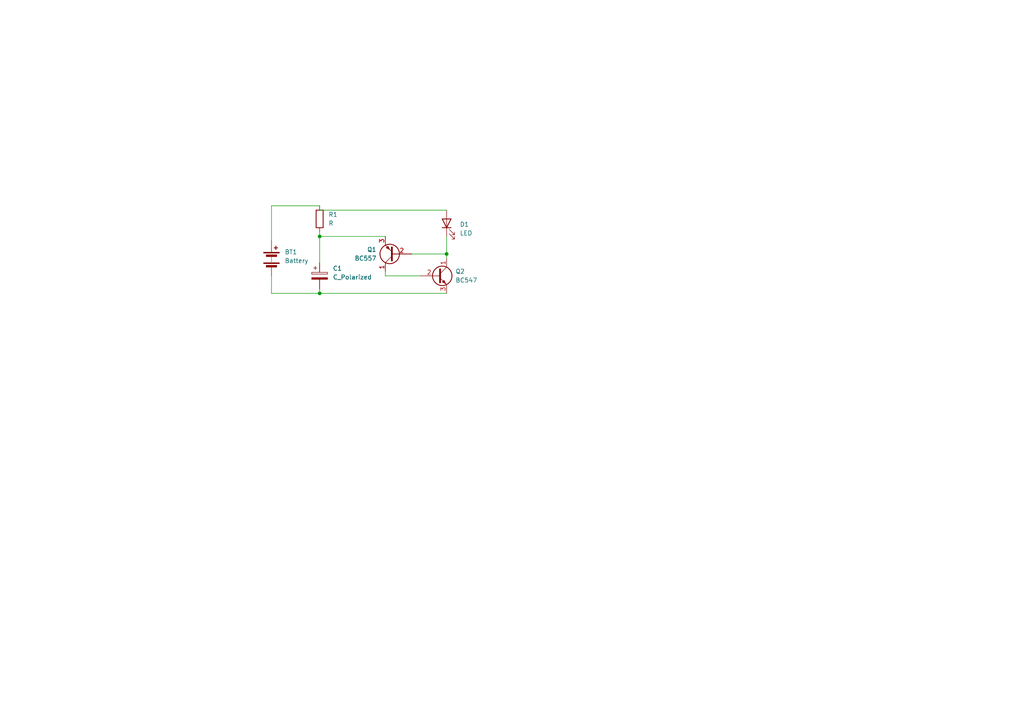
<source format=kicad_sch>
(kicad_sch (version 20230121) (generator eeschema)

  (uuid 5fffdcce-bda3-4c02-86c8-a3a64fe5ff83)

  (paper "A4")

  (lib_symbols
    (symbol "Device:Battery" (pin_numbers hide) (pin_names (offset 0) hide) (in_bom yes) (on_board yes)
      (property "Reference" "BT" (at 2.54 2.54 0)
        (effects (font (size 1.27 1.27)) (justify left))
      )
      (property "Value" "Battery" (at 2.54 0 0)
        (effects (font (size 1.27 1.27)) (justify left))
      )
      (property "Footprint" "" (at 0 1.524 90)
        (effects (font (size 1.27 1.27)) hide)
      )
      (property "Datasheet" "~" (at 0 1.524 90)
        (effects (font (size 1.27 1.27)) hide)
      )
      (property "ki_keywords" "batt voltage-source cell" (at 0 0 0)
        (effects (font (size 1.27 1.27)) hide)
      )
      (property "ki_description" "Multiple-cell battery" (at 0 0 0)
        (effects (font (size 1.27 1.27)) hide)
      )
      (symbol "Battery_0_1"
        (rectangle (start -2.286 -1.27) (end 2.286 -1.524)
          (stroke (width 0) (type default))
          (fill (type outline))
        )
        (rectangle (start -2.286 1.778) (end 2.286 1.524)
          (stroke (width 0) (type default))
          (fill (type outline))
        )
        (rectangle (start -1.524 -2.032) (end 1.524 -2.54)
          (stroke (width 0) (type default))
          (fill (type outline))
        )
        (rectangle (start -1.524 1.016) (end 1.524 0.508)
          (stroke (width 0) (type default))
          (fill (type outline))
        )
        (polyline
          (pts
            (xy 0 -1.016)
            (xy 0 -0.762)
          )
          (stroke (width 0) (type default))
          (fill (type none))
        )
        (polyline
          (pts
            (xy 0 -0.508)
            (xy 0 -0.254)
          )
          (stroke (width 0) (type default))
          (fill (type none))
        )
        (polyline
          (pts
            (xy 0 0)
            (xy 0 0.254)
          )
          (stroke (width 0) (type default))
          (fill (type none))
        )
        (polyline
          (pts
            (xy 0 1.778)
            (xy 0 2.54)
          )
          (stroke (width 0) (type default))
          (fill (type none))
        )
        (polyline
          (pts
            (xy 0.762 3.048)
            (xy 1.778 3.048)
          )
          (stroke (width 0.254) (type default))
          (fill (type none))
        )
        (polyline
          (pts
            (xy 1.27 3.556)
            (xy 1.27 2.54)
          )
          (stroke (width 0.254) (type default))
          (fill (type none))
        )
      )
      (symbol "Battery_1_1"
        (pin passive line (at 0 5.08 270) (length 2.54)
          (name "+" (effects (font (size 1.27 1.27))))
          (number "1" (effects (font (size 1.27 1.27))))
        )
        (pin passive line (at 0 -5.08 90) (length 2.54)
          (name "-" (effects (font (size 1.27 1.27))))
          (number "2" (effects (font (size 1.27 1.27))))
        )
      )
    )
    (symbol "Device:C_Polarized" (pin_numbers hide) (pin_names (offset 0.254)) (in_bom yes) (on_board yes)
      (property "Reference" "C" (at 0.635 2.54 0)
        (effects (font (size 1.27 1.27)) (justify left))
      )
      (property "Value" "C_Polarized" (at 0.635 -2.54 0)
        (effects (font (size 1.27 1.27)) (justify left))
      )
      (property "Footprint" "" (at 0.9652 -3.81 0)
        (effects (font (size 1.27 1.27)) hide)
      )
      (property "Datasheet" "~" (at 0 0 0)
        (effects (font (size 1.27 1.27)) hide)
      )
      (property "ki_keywords" "cap capacitor" (at 0 0 0)
        (effects (font (size 1.27 1.27)) hide)
      )
      (property "ki_description" "Polarized capacitor" (at 0 0 0)
        (effects (font (size 1.27 1.27)) hide)
      )
      (property "ki_fp_filters" "CP_*" (at 0 0 0)
        (effects (font (size 1.27 1.27)) hide)
      )
      (symbol "C_Polarized_0_1"
        (rectangle (start -2.286 0.508) (end 2.286 1.016)
          (stroke (width 0) (type default))
          (fill (type none))
        )
        (polyline
          (pts
            (xy -1.778 2.286)
            (xy -0.762 2.286)
          )
          (stroke (width 0) (type default))
          (fill (type none))
        )
        (polyline
          (pts
            (xy -1.27 2.794)
            (xy -1.27 1.778)
          )
          (stroke (width 0) (type default))
          (fill (type none))
        )
        (rectangle (start 2.286 -0.508) (end -2.286 -1.016)
          (stroke (width 0) (type default))
          (fill (type outline))
        )
      )
      (symbol "C_Polarized_1_1"
        (pin passive line (at 0 3.81 270) (length 2.794)
          (name "~" (effects (font (size 1.27 1.27))))
          (number "1" (effects (font (size 1.27 1.27))))
        )
        (pin passive line (at 0 -3.81 90) (length 2.794)
          (name "~" (effects (font (size 1.27 1.27))))
          (number "2" (effects (font (size 1.27 1.27))))
        )
      )
    )
    (symbol "Device:LED" (pin_numbers hide) (pin_names (offset 1.016) hide) (in_bom yes) (on_board yes)
      (property "Reference" "D" (at 0 2.54 0)
        (effects (font (size 1.27 1.27)))
      )
      (property "Value" "LED" (at 0 -2.54 0)
        (effects (font (size 1.27 1.27)))
      )
      (property "Footprint" "" (at 0 0 0)
        (effects (font (size 1.27 1.27)) hide)
      )
      (property "Datasheet" "~" (at 0 0 0)
        (effects (font (size 1.27 1.27)) hide)
      )
      (property "ki_keywords" "LED diode" (at 0 0 0)
        (effects (font (size 1.27 1.27)) hide)
      )
      (property "ki_description" "Light emitting diode" (at 0 0 0)
        (effects (font (size 1.27 1.27)) hide)
      )
      (property "ki_fp_filters" "LED* LED_SMD:* LED_THT:*" (at 0 0 0)
        (effects (font (size 1.27 1.27)) hide)
      )
      (symbol "LED_0_1"
        (polyline
          (pts
            (xy -1.27 -1.27)
            (xy -1.27 1.27)
          )
          (stroke (width 0.254) (type default))
          (fill (type none))
        )
        (polyline
          (pts
            (xy -1.27 0)
            (xy 1.27 0)
          )
          (stroke (width 0) (type default))
          (fill (type none))
        )
        (polyline
          (pts
            (xy 1.27 -1.27)
            (xy 1.27 1.27)
            (xy -1.27 0)
            (xy 1.27 -1.27)
          )
          (stroke (width 0.254) (type default))
          (fill (type none))
        )
        (polyline
          (pts
            (xy -3.048 -0.762)
            (xy -4.572 -2.286)
            (xy -3.81 -2.286)
            (xy -4.572 -2.286)
            (xy -4.572 -1.524)
          )
          (stroke (width 0) (type default))
          (fill (type none))
        )
        (polyline
          (pts
            (xy -1.778 -0.762)
            (xy -3.302 -2.286)
            (xy -2.54 -2.286)
            (xy -3.302 -2.286)
            (xy -3.302 -1.524)
          )
          (stroke (width 0) (type default))
          (fill (type none))
        )
      )
      (symbol "LED_1_1"
        (pin passive line (at -3.81 0 0) (length 2.54)
          (name "K" (effects (font (size 1.27 1.27))))
          (number "1" (effects (font (size 1.27 1.27))))
        )
        (pin passive line (at 3.81 0 180) (length 2.54)
          (name "A" (effects (font (size 1.27 1.27))))
          (number "2" (effects (font (size 1.27 1.27))))
        )
      )
    )
    (symbol "Device:R" (pin_numbers hide) (pin_names (offset 0)) (in_bom yes) (on_board yes)
      (property "Reference" "R" (at 2.032 0 90)
        (effects (font (size 1.27 1.27)))
      )
      (property "Value" "R" (at 0 0 90)
        (effects (font (size 1.27 1.27)))
      )
      (property "Footprint" "" (at -1.778 0 90)
        (effects (font (size 1.27 1.27)) hide)
      )
      (property "Datasheet" "~" (at 0 0 0)
        (effects (font (size 1.27 1.27)) hide)
      )
      (property "ki_keywords" "R res resistor" (at 0 0 0)
        (effects (font (size 1.27 1.27)) hide)
      )
      (property "ki_description" "Resistor" (at 0 0 0)
        (effects (font (size 1.27 1.27)) hide)
      )
      (property "ki_fp_filters" "R_*" (at 0 0 0)
        (effects (font (size 1.27 1.27)) hide)
      )
      (symbol "R_0_1"
        (rectangle (start -1.016 -2.54) (end 1.016 2.54)
          (stroke (width 0.254) (type default))
          (fill (type none))
        )
      )
      (symbol "R_1_1"
        (pin passive line (at 0 3.81 270) (length 1.27)
          (name "~" (effects (font (size 1.27 1.27))))
          (number "1" (effects (font (size 1.27 1.27))))
        )
        (pin passive line (at 0 -3.81 90) (length 1.27)
          (name "~" (effects (font (size 1.27 1.27))))
          (number "2" (effects (font (size 1.27 1.27))))
        )
      )
    )
    (symbol "Transistor_BJT:BC547" (pin_names (offset 0) hide) (in_bom yes) (on_board yes)
      (property "Reference" "Q" (at 5.08 1.905 0)
        (effects (font (size 1.27 1.27)) (justify left))
      )
      (property "Value" "BC547" (at 5.08 0 0)
        (effects (font (size 1.27 1.27)) (justify left))
      )
      (property "Footprint" "Package_TO_SOT_THT:TO-92_Inline" (at 5.08 -1.905 0)
        (effects (font (size 1.27 1.27) italic) (justify left) hide)
      )
      (property "Datasheet" "https://www.onsemi.com/pub/Collateral/BC550-D.pdf" (at 0 0 0)
        (effects (font (size 1.27 1.27)) (justify left) hide)
      )
      (property "ki_keywords" "NPN Transistor" (at 0 0 0)
        (effects (font (size 1.27 1.27)) hide)
      )
      (property "ki_description" "0.1A Ic, 45V Vce, Small Signal NPN Transistor, TO-92" (at 0 0 0)
        (effects (font (size 1.27 1.27)) hide)
      )
      (property "ki_fp_filters" "TO?92*" (at 0 0 0)
        (effects (font (size 1.27 1.27)) hide)
      )
      (symbol "BC547_0_1"
        (polyline
          (pts
            (xy 0 0)
            (xy 0.635 0)
          )
          (stroke (width 0) (type default))
          (fill (type none))
        )
        (polyline
          (pts
            (xy 0.635 0.635)
            (xy 2.54 2.54)
          )
          (stroke (width 0) (type default))
          (fill (type none))
        )
        (polyline
          (pts
            (xy 0.635 -0.635)
            (xy 2.54 -2.54)
            (xy 2.54 -2.54)
          )
          (stroke (width 0) (type default))
          (fill (type none))
        )
        (polyline
          (pts
            (xy 0.635 1.905)
            (xy 0.635 -1.905)
            (xy 0.635 -1.905)
          )
          (stroke (width 0.508) (type default))
          (fill (type none))
        )
        (polyline
          (pts
            (xy 1.27 -1.778)
            (xy 1.778 -1.27)
            (xy 2.286 -2.286)
            (xy 1.27 -1.778)
            (xy 1.27 -1.778)
          )
          (stroke (width 0) (type default))
          (fill (type outline))
        )
        (circle (center 1.27 0) (radius 2.8194)
          (stroke (width 0.254) (type default))
          (fill (type none))
        )
      )
      (symbol "BC547_1_1"
        (pin passive line (at 2.54 5.08 270) (length 2.54)
          (name "C" (effects (font (size 1.27 1.27))))
          (number "1" (effects (font (size 1.27 1.27))))
        )
        (pin input line (at -5.08 0 0) (length 5.08)
          (name "B" (effects (font (size 1.27 1.27))))
          (number "2" (effects (font (size 1.27 1.27))))
        )
        (pin passive line (at 2.54 -5.08 90) (length 2.54)
          (name "E" (effects (font (size 1.27 1.27))))
          (number "3" (effects (font (size 1.27 1.27))))
        )
      )
    )
    (symbol "Transistor_BJT:BC557" (pin_names (offset 0) hide) (in_bom yes) (on_board yes)
      (property "Reference" "Q" (at 5.08 1.905 0)
        (effects (font (size 1.27 1.27)) (justify left))
      )
      (property "Value" "BC557" (at 5.08 0 0)
        (effects (font (size 1.27 1.27)) (justify left))
      )
      (property "Footprint" "Package_TO_SOT_THT:TO-92_Inline" (at 5.08 -1.905 0)
        (effects (font (size 1.27 1.27) italic) (justify left) hide)
      )
      (property "Datasheet" "https://www.onsemi.com/pub/Collateral/BC556BTA-D.pdf" (at 0 0 0)
        (effects (font (size 1.27 1.27)) (justify left) hide)
      )
      (property "ki_keywords" "PNP Transistor" (at 0 0 0)
        (effects (font (size 1.27 1.27)) hide)
      )
      (property "ki_description" "0.1A Ic, 45V Vce, PNP Small Signal Transistor, TO-92" (at 0 0 0)
        (effects (font (size 1.27 1.27)) hide)
      )
      (property "ki_fp_filters" "TO?92*" (at 0 0 0)
        (effects (font (size 1.27 1.27)) hide)
      )
      (symbol "BC557_0_1"
        (polyline
          (pts
            (xy 0.635 0.635)
            (xy 2.54 2.54)
          )
          (stroke (width 0) (type default))
          (fill (type none))
        )
        (polyline
          (pts
            (xy 0.635 -0.635)
            (xy 2.54 -2.54)
            (xy 2.54 -2.54)
          )
          (stroke (width 0) (type default))
          (fill (type none))
        )
        (polyline
          (pts
            (xy 0.635 1.905)
            (xy 0.635 -1.905)
            (xy 0.635 -1.905)
          )
          (stroke (width 0.508) (type default))
          (fill (type none))
        )
        (polyline
          (pts
            (xy 2.286 -1.778)
            (xy 1.778 -2.286)
            (xy 1.27 -1.27)
            (xy 2.286 -1.778)
            (xy 2.286 -1.778)
          )
          (stroke (width 0) (type default))
          (fill (type outline))
        )
        (circle (center 1.27 0) (radius 2.8194)
          (stroke (width 0.254) (type default))
          (fill (type none))
        )
      )
      (symbol "BC557_1_1"
        (pin passive line (at 2.54 5.08 270) (length 2.54)
          (name "C" (effects (font (size 1.27 1.27))))
          (number "1" (effects (font (size 1.27 1.27))))
        )
        (pin input line (at -5.08 0 0) (length 5.715)
          (name "B" (effects (font (size 1.27 1.27))))
          (number "2" (effects (font (size 1.27 1.27))))
        )
        (pin passive line (at 2.54 -5.08 90) (length 2.54)
          (name "E" (effects (font (size 1.27 1.27))))
          (number "3" (effects (font (size 1.27 1.27))))
        )
      )
    )
  )

  (junction (at 92.71 85.09) (diameter 0) (color 0 0 0 0)
    (uuid 48fdf755-8f9b-401b-a9e3-05e3d6a9e028)
  )
  (junction (at 129.54 73.66) (diameter 0) (color 0 0 0 0)
    (uuid aab449d9-be9a-4997-ae01-c2b3d994f2c9)
  )
  (junction (at 92.71 68.58) (diameter 0) (color 0 0 0 0)
    (uuid e597be3f-947e-41f6-9664-a53166d83e71)
  )

  (wire (pts (xy 92.71 85.09) (xy 129.54 85.09))
    (stroke (width 0) (type default))
    (uuid 016a53f3-e009-4e90-8fe9-d27a9424026f)
  )
  (wire (pts (xy 78.74 59.69) (xy 92.71 59.69))
    (stroke (width 0) (type default))
    (uuid 135f77b7-02bc-439c-a4ff-2c1339670b70)
  )
  (wire (pts (xy 92.71 83.82) (xy 92.71 85.09))
    (stroke (width 0) (type default))
    (uuid 22b31ff8-0510-4a4b-83ed-2f287b479635)
  )
  (wire (pts (xy 92.71 67.31) (xy 92.71 68.58))
    (stroke (width 0) (type default))
    (uuid 23994806-91d3-4680-bd43-d888cf7a3f9d)
  )
  (wire (pts (xy 78.74 85.09) (xy 92.71 85.09))
    (stroke (width 0) (type default))
    (uuid 34074914-7ec9-4ebf-bda4-46e6dd25c581)
  )
  (wire (pts (xy 78.74 80.01) (xy 78.74 85.09))
    (stroke (width 0) (type default))
    (uuid 3ab6a6ec-5d6b-4236-96b2-45eedd9cbca7)
  )
  (wire (pts (xy 121.92 80.01) (xy 111.76 80.01))
    (stroke (width 0) (type default))
    (uuid 3ad9f63c-0506-4df0-a756-f2498fdd8f38)
  )
  (wire (pts (xy 92.71 59.69) (xy 92.71 60.96))
    (stroke (width 0) (type default))
    (uuid 3c838ec3-6505-4c05-853e-cf8515314164)
  )
  (wire (pts (xy 111.76 78.74) (xy 111.76 80.01))
    (stroke (width 0) (type default))
    (uuid 4858008a-4fce-4525-9f69-4678af1348fe)
  )
  (wire (pts (xy 92.71 60.96) (xy 129.54 60.96))
    (stroke (width 0) (type default))
    (uuid 5b7f06bf-e87d-4309-9ed8-399b328245ac)
  )
  (wire (pts (xy 78.74 69.85) (xy 78.74 59.69))
    (stroke (width 0) (type default))
    (uuid 648617fe-bcdd-43a3-94c8-ccc92bc5c184)
  )
  (wire (pts (xy 119.38 73.66) (xy 129.54 73.66))
    (stroke (width 0) (type default))
    (uuid 7d94e046-ffac-4742-8a86-47a7db7dd686)
  )
  (wire (pts (xy 92.71 68.58) (xy 92.71 76.2))
    (stroke (width 0) (type default))
    (uuid c672c122-4f47-4076-9ea0-c41cea1b8bfe)
  )
  (wire (pts (xy 92.71 68.58) (xy 111.76 68.58))
    (stroke (width 0) (type default))
    (uuid cd3c9cd0-1564-474d-b5f0-073f46c87da1)
  )
  (wire (pts (xy 129.54 74.93) (xy 129.54 73.66))
    (stroke (width 0) (type default))
    (uuid eba9a4aa-cfc2-42c2-955d-cd16df129965)
  )
  (wire (pts (xy 129.54 68.58) (xy 129.54 73.66))
    (stroke (width 0) (type default))
    (uuid fef7e3bc-1bd5-4c8b-b6a9-e150ec0de3e2)
  )

  (symbol (lib_id "Device:R") (at 92.71 63.5 0) (unit 1)
    (in_bom yes) (on_board yes) (dnp no) (fields_autoplaced)
    (uuid 1859349d-9763-4157-88ae-2755099646e4)
    (property "Reference" "R1" (at 95.25 62.23 0)
      (effects (font (size 1.27 1.27)) (justify left))
    )
    (property "Value" "R" (at 95.25 64.77 0)
      (effects (font (size 1.27 1.27)) (justify left))
    )
    (property "Footprint" "Resistor_THT:R_Axial_DIN0204_L3.6mm_D1.6mm_P7.62mm_Horizontal" (at 90.932 63.5 90)
      (effects (font (size 1.27 1.27)) hide)
    )
    (property "Datasheet" "~" (at 92.71 63.5 0)
      (effects (font (size 1.27 1.27)) hide)
    )
    (pin "2" (uuid c668150c-96b2-49ce-8f40-40e281a5b145))
    (pin "1" (uuid 9499d513-d5c4-48cb-9be0-6f51016b0823))
    (instances
      (project "Pisca Led"
        (path "/5fffdcce-bda3-4c02-86c8-a3a64fe5ff83"
          (reference "R1") (unit 1)
        )
      )
    )
  )

  (symbol (lib_id "Transistor_BJT:BC557") (at 114.3 73.66 180) (unit 1)
    (in_bom yes) (on_board yes) (dnp no) (fields_autoplaced)
    (uuid 9a4d139f-e5e8-45f2-a06a-95050540fdad)
    (property "Reference" "Q1" (at 109.22 72.39 0)
      (effects (font (size 1.27 1.27)) (justify left))
    )
    (property "Value" "BC557" (at 109.22 74.93 0)
      (effects (font (size 1.27 1.27)) (justify left))
    )
    (property "Footprint" "Package_TO_SOT_THT:TO-92_Inline" (at 109.22 71.755 0)
      (effects (font (size 1.27 1.27) italic) (justify left) hide)
    )
    (property "Datasheet" "https://www.onsemi.com/pub/Collateral/BC556BTA-D.pdf" (at 114.3 73.66 0)
      (effects (font (size 1.27 1.27)) (justify left) hide)
    )
    (pin "1" (uuid 85a8cf6b-b9ba-4248-99d9-3649c76f5677))
    (pin "2" (uuid 6c4c7c45-6483-42a2-8009-99365263cc93))
    (pin "3" (uuid a572fb73-8e7a-413b-8e28-34c6e9218423))
    (instances
      (project "Pisca Led"
        (path "/5fffdcce-bda3-4c02-86c8-a3a64fe5ff83"
          (reference "Q1") (unit 1)
        )
      )
    )
  )

  (symbol (lib_id "Device:Battery") (at 78.74 74.93 0) (unit 1)
    (in_bom yes) (on_board yes) (dnp no) (fields_autoplaced)
    (uuid bfdff406-2323-4c1b-9296-569eabd9fddc)
    (property "Reference" "BT1" (at 82.55 73.0885 0)
      (effects (font (size 1.27 1.27)) (justify left))
    )
    (property "Value" "Battery" (at 82.55 75.6285 0)
      (effects (font (size 1.27 1.27)) (justify left))
    )
    (property "Footprint" "Battery:BatteryHolder_Keystone_107_1x23mm" (at 78.74 73.406 90)
      (effects (font (size 1.27 1.27)) hide)
    )
    (property "Datasheet" "~" (at 78.74 73.406 90)
      (effects (font (size 1.27 1.27)) hide)
    )
    (pin "2" (uuid fd1513b0-c115-4584-aa08-27dd6fde5b73))
    (pin "1" (uuid 071756f7-55e6-4193-bde4-0ea00c93ca7e))
    (instances
      (project "Pisca Led"
        (path "/5fffdcce-bda3-4c02-86c8-a3a64fe5ff83"
          (reference "BT1") (unit 1)
        )
      )
    )
  )

  (symbol (lib_id "Transistor_BJT:BC547") (at 127 80.01 0) (unit 1)
    (in_bom yes) (on_board yes) (dnp no) (fields_autoplaced)
    (uuid bfeac89b-1d26-4bfd-a9e2-527b46af82fe)
    (property "Reference" "Q2" (at 132.08 78.74 0)
      (effects (font (size 1.27 1.27)) (justify left))
    )
    (property "Value" "BC547" (at 132.08 81.28 0)
      (effects (font (size 1.27 1.27)) (justify left))
    )
    (property "Footprint" "Package_TO_SOT_THT:TO-92_Inline" (at 132.08 81.915 0)
      (effects (font (size 1.27 1.27) italic) (justify left) hide)
    )
    (property "Datasheet" "https://www.onsemi.com/pub/Collateral/BC550-D.pdf" (at 127 80.01 0)
      (effects (font (size 1.27 1.27)) (justify left) hide)
    )
    (pin "2" (uuid 1ea1d982-26ed-4fdb-881c-8a489580a1f0))
    (pin "3" (uuid de77d13e-ae2c-4e18-ad96-13fa51561bfb))
    (pin "1" (uuid 390222e8-34fb-49dd-bbc2-49ecaed98e26))
    (instances
      (project "Pisca Led"
        (path "/5fffdcce-bda3-4c02-86c8-a3a64fe5ff83"
          (reference "Q2") (unit 1)
        )
      )
    )
  )

  (symbol (lib_id "Device:C_Polarized") (at 92.71 80.01 0) (unit 1)
    (in_bom yes) (on_board yes) (dnp no) (fields_autoplaced)
    (uuid c3d7e47d-90fb-4d4f-8368-ce288e0c2672)
    (property "Reference" "C1" (at 96.52 77.851 0)
      (effects (font (size 1.27 1.27)) (justify left))
    )
    (property "Value" "C_Polarized" (at 96.52 80.391 0)
      (effects (font (size 1.27 1.27)) (justify left))
    )
    (property "Footprint" "Capacitor_THT:CP_Radial_D4.0mm_P2.00mm" (at 93.6752 83.82 0)
      (effects (font (size 1.27 1.27)) hide)
    )
    (property "Datasheet" "~" (at 92.71 80.01 0)
      (effects (font (size 1.27 1.27)) hide)
    )
    (pin "1" (uuid 93bb5f59-a6f5-4239-b2d6-82b3fbdb50de))
    (pin "2" (uuid 86da3234-3e1d-4238-a42b-abfbca43b828))
    (instances
      (project "Pisca Led"
        (path "/5fffdcce-bda3-4c02-86c8-a3a64fe5ff83"
          (reference "C1") (unit 1)
        )
      )
    )
  )

  (symbol (lib_id "Device:LED") (at 129.54 64.77 90) (unit 1)
    (in_bom yes) (on_board yes) (dnp no) (fields_autoplaced)
    (uuid f66c0836-3a5d-48a5-be46-f57df34ba776)
    (property "Reference" "D1" (at 133.35 65.0875 90)
      (effects (font (size 1.27 1.27)) (justify right))
    )
    (property "Value" "LED" (at 133.35 67.6275 90)
      (effects (font (size 1.27 1.27)) (justify right))
    )
    (property "Footprint" "LED_THT:LED_D3.0mm" (at 129.54 64.77 0)
      (effects (font (size 1.27 1.27)) hide)
    )
    (property "Datasheet" "~" (at 129.54 64.77 0)
      (effects (font (size 1.27 1.27)) hide)
    )
    (pin "1" (uuid 56ad4403-2571-46f1-a7fb-69548c6f11a0))
    (pin "2" (uuid 0acb7688-4875-4dae-ad41-591dd8854e49))
    (instances
      (project "Pisca Led"
        (path "/5fffdcce-bda3-4c02-86c8-a3a64fe5ff83"
          (reference "D1") (unit 1)
        )
      )
    )
  )

  (sheet_instances
    (path "/" (page "1"))
  )
)

</source>
